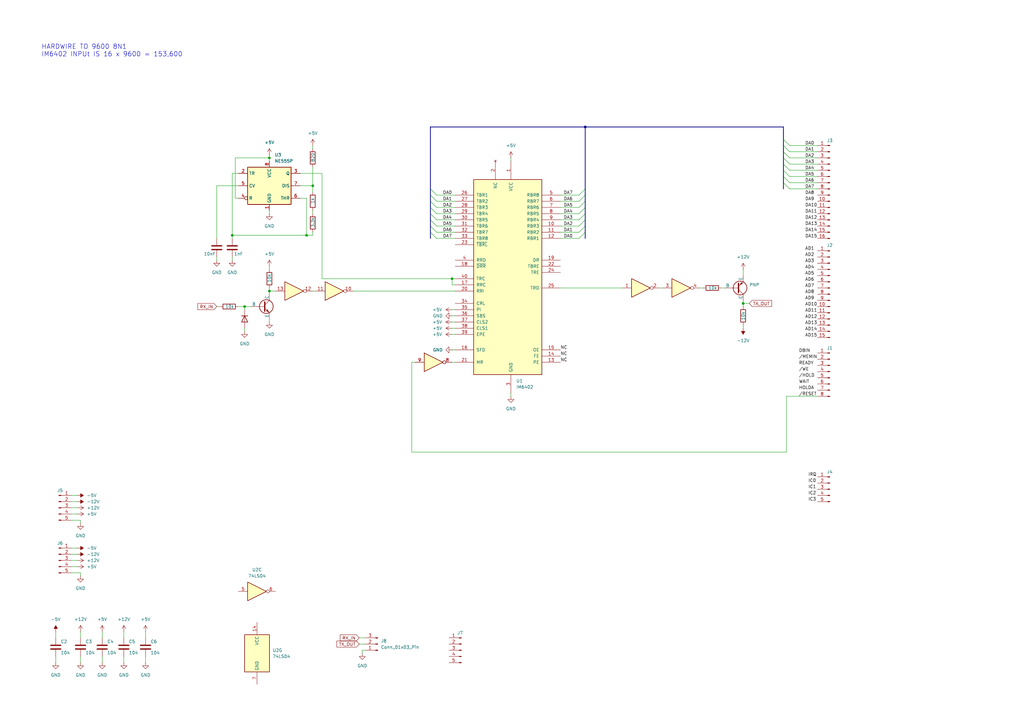
<source format=kicad_sch>
(kicad_sch (version 20250114) (generator "eeschema") (generator_version "9.0")
  (paper "A3")
  (lib_symbols
    (symbol "74xx:74LS04"
      (property "Reference" "U" (at 0 1.27 0))
      (property "Value" "74LS04" (at 0 -1.27 0))
      (symbol "74LS04_1_0"
        (pin input line (at -7.62 0 0) (length 3.81) (name "~") (number "1"))
        (pin output inverted (at 7.62 0 180) (length 3.81) (name "~") (number "2"))
      )
      (symbol "74LS04_2_0"
        (pin input line (at -7.62 0 0) (length 3.81) (name "~") (number "3"))
        (pin output inverted (at 7.62 0 180) (length 3.81) (name "~") (number "4"))
      )
      (symbol "74LS04_3_0"
        (pin input line (at -7.62 0 0) (length 3.81) (name "~") (number "5"))
        (pin output inverted (at 7.62 0 180) (length 3.81) (name "~") (number "6"))
      )
      (symbol "74LS04_4_0"
        (pin input line (at -7.62 0 0) (length 3.81) (name "~") (number "9"))
        (pin output inverted (at 7.62 0 180) (length 3.81) (name "~") (number "8"))
      )
      (symbol "74LS04_5_0"
        (pin input line (at -7.62 0 0) (length 3.81) (name "~") (number "11"))
        (pin output inverted (at 7.62 0 180) (length 3.81) (name "~") (number "10"))
      )
      (symbol "74LS04_6_0"
        (pin input line (at -7.62 0 0) (length 3.81) (name "~") (number "13"))
        (pin output inverted (at 7.62 0 180) (length 3.81) (name "~") (number "12"))
      )
      (symbol "74LS04_7_0"
        (pin power_in line (at 0 12.7 270) (length 5.08) (name "VCC") (number "14"))
        (pin power_in line (at 0 -12.7 90) (length 5.08) (name "GND") (number "7"))
      )
    )
    (symbol "Connector:Conn_01x03_Pin" (pin_names (offset 1.016) (hide yes))
      (property "Reference" "J" (at 0 5.08 0))
      (property "Value" "Conn_01x03_Pin" (at 0 -5.08 0))
      (symbol "Conn_01x03_Pin_1_1"
        (pin passive line (at 5.08 2.54 180) (length 3.81) (name "Pin_1") (number "1"))
        (pin passive line (at 5.08 0 180) (length 3.81) (name "Pin_2") (number "2"))
        (pin passive line (at 5.08 -2.54 180) (length 3.81) (name "Pin_3") (number "3"))
      )
    )
    (symbol "Connector:Conn_01x05_Pin" (pin_names (offset 1.016) (hide yes))
      (property "Reference" "J" (at 0 7.62 0))
      (property "Value" "Conn_01x05_Pin" (at 0 -7.62 0))
      (symbol "Conn_01x05_Pin_1_1"
        (pin passive line (at 5.08 5.08 180) (length 3.81) (name "Pin_1") (number "1"))
        (pin passive line (at 5.08 2.54 180) (length 3.81) (name "Pin_2") (number "2"))
        (pin passive line (at 5.08 0 180) (length 3.81) (name "Pin_3") (number "3"))
        (pin passive line (at 5.08 -2.54 180) (length 3.81) (name "Pin_4") (number "4"))
        (pin passive line (at 5.08 -5.08 180) (length 3.81) (name "Pin_5") (number "5"))
      )
    )
    (symbol "Connector:Conn_01x08_Pin" (pin_names (offset 1.016) (hide yes))
      (property "Reference" "J" (at 0 10.16 0))
      (property "Value" "Conn_01x08_Pin" (at 0 -12.7 0))
      (symbol "Conn_01x08_Pin_1_1"
        (pin passive line (at 5.08 7.62 180) (length 3.81) (name "Pin_1") (number "1"))
        (pin passive line (at 5.08 5.08 180) (length 3.81) (name "Pin_2") (number "2"))
        (pin passive line (at 5.08 2.54 180) (length 3.81) (name "Pin_3") (number "3"))
        (pin passive line (at 5.08 0 180) (length 3.81) (name "Pin_4") (number "4"))
        (pin passive line (at 5.08 -2.54 180) (length 3.81) (name "Pin_5") (number "5"))
        (pin passive line (at 5.08 -5.08 180) (length 3.81) (name "Pin_6") (number "6"))
        (pin passive line (at 5.08 -7.62 180) (length 3.81) (name "Pin_7") (number "7"))
        (pin passive line (at 5.08 -10.16 180) (length 3.81) (name "Pin_8") (number "8"))
      )
    )
    (symbol "Connector:Conn_01x15_Pin" (pin_names (offset 1.016) (hide yes))
      (property "Reference" "J" (at 0 20.32 0))
      (property "Value" "Conn_01x15_Pin" (at 0 -20.32 0))
      (symbol "Conn_01x15_Pin_1_1"
        (pin passive line (at 5.08 17.78 180) (length 3.81) (name "Pin_1") (number "1"))
        (pin passive line (at 5.08 15.24 180) (length 3.81) (name "Pin_2") (number "2"))
        (pin passive line (at 5.08 12.7 180) (length 3.81) (name "Pin_3") (number "3"))
        (pin passive line (at 5.08 10.16 180) (length 3.81) (name "Pin_4") (number "4"))
        (pin passive line (at 5.08 7.62 180) (length 3.81) (name "Pin_5") (number "5"))
        (pin passive line (at 5.08 5.08 180) (length 3.81) (name "Pin_6") (number "6"))
        (pin passive line (at 5.08 2.54 180) (length 3.81) (name "Pin_7") (number "7"))
        (pin passive line (at 5.08 0 180) (length 3.81) (name "Pin_8") (number "8"))
        (pin passive line (at 5.08 -2.54 180) (length 3.81) (name "Pin_9") (number "9"))
        (pin passive line (at 5.08 -5.08 180) (length 3.81) (name "Pin_10") (number "10"))
        (pin passive line (at 5.08 -7.62 180) (length 3.81) (name "Pin_11") (number "11"))
        (pin passive line (at 5.08 -10.16 180) (length 3.81) (name "Pin_12") (number "12"))
        (pin passive line (at 5.08 -12.7 180) (length 3.81) (name "Pin_13") (number "13"))
        (pin passive line (at 5.08 -15.24 180) (length 3.81) (name "Pin_14") (number "14"))
        (pin passive line (at 5.08 -17.78 180) (length 3.81) (name "Pin_15") (number "15"))
      )
    )
    (symbol "Connector:Conn_01x16_Pin" (pin_names (offset 1.016) (hide yes))
      (property "Reference" "J" (at 0 20.32 0))
      (property "Value" "Conn_01x16_Pin" (at 0 -22.86 0))
      (symbol "Conn_01x16_Pin_1_1"
        (pin passive line (at 5.08 17.78 180) (length 3.81) (name "Pin_1") (number "1"))
        (pin passive line (at 5.08 15.24 180) (length 3.81) (name "Pin_2") (number "2"))
        (pin passive line (at 5.08 12.7 180) (length 3.81) (name "Pin_3") (number "3"))
        (pin passive line (at 5.08 10.16 180) (length 3.81) (name "Pin_4") (number "4"))
        (pin passive line (at 5.08 7.62 180) (length 3.81) (name "Pin_5") (number "5"))
        (pin passive line (at 5.08 5.08 180) (length 3.81) (name "Pin_6") (number "6"))
        (pin passive line (at 5.08 2.54 180) (length 3.81) (name "Pin_7") (number "7"))
        (pin passive line (at 5.08 0 180) (length 3.81) (name "Pin_8") (number "8"))
        (pin passive line (at 5.08 -2.54 180) (length 3.81) (name "Pin_9") (number "9"))
        (pin passive line (at 5.08 -5.08 180) (length 3.81) (name "Pin_10") (number "10"))
        (pin passive line (at 5.08 -7.62 180) (length 3.81) (name "Pin_11") (number "11"))
        (pin passive line (at 5.08 -10.16 180) (length 3.81) (name "Pin_12") (number "12"))
        (pin passive line (at 5.08 -12.7 180) (length 3.81) (name "Pin_13") (number "13"))
        (pin passive line (at 5.08 -15.24 180) (length 3.81) (name "Pin_14") (number "14"))
        (pin passive line (at 5.08 -17.78 180) (length 3.81) (name "Pin_15") (number "15"))
        (pin passive line (at 5.08 -20.32 180) (length 3.81) (name "Pin_16") (number "16"))
      )
    )
    (symbol "Device:C" (pin_numbers (hide yes)) (pin_names (offset 0.254))
      (property "Reference" "C" (at 0.635 2.54 0))
      (property "Value" "C" (at 0.635 -2.54 0))
      (symbol "C_1_1"
        (pin passive line (at 0 3.81 270) (length 2.794) (name "~") (number "1"))
        (pin passive line (at 0 -3.81 90) (length 2.794) (name "~") (number "2"))
      )
    )
    (symbol "Device:D" (pin_numbers (hide yes)) (pin_names (offset 1.016) (hide yes))
      (property "Reference" "D" (at 0 2.54 0))
      (property "Value" "D" (at 0 -2.54 0))
      (symbol "D_1_1"
        (pin passive line (at -3.81 0 0) (length 2.54) (name "K") (number "1"))
        (pin passive line (at 3.81 0 180) (length 2.54) (name "A") (number "2"))
      )
    )
    (symbol "Device:R" (pin_numbers (hide yes)) (pin_names (offset 0))
      (property "Reference" "R" (at 2.032 0 90))
      (property "Value" "R" (at 0 0 90))
      (symbol "R_1_1"
        (pin passive line (at 0 3.81 270) (length 1.27) (name "~") (number "1"))
        (pin passive line (at 0 -3.81 90) (length 1.27) (name "~") (number "2"))
      )
    )
    (symbol "Simulation_SPICE:NPN" (pin_numbers (hide yes)) (pin_names (offset 0))
      (property "Reference" "Q" (at -2.54 7.62 0))
      (property "Value" "NPN" (at -2.54 5.08 0))
      (symbol "NPN_1_1"
        (pin input line (at -5.08 0 0) (length 2.54) (name "B") (number "2"))
        (pin open_collector line (at 2.54 5.08 270) (length 2.54) (name "C") (number "1"))
        (pin open_emitter line (at 2.54 -5.08 90) (length 2.54) (name "E") (number "3"))
      )
    )
    (symbol "Simulation_SPICE:PNP" (pin_numbers (hide yes)) (pin_names (offset 0))
      (property "Reference" "Q" (at -2.54 7.62 0))
      (property "Value" "PNP" (at -2.54 5.08 0))
      (symbol "PNP_1_1"
        (pin input line (at -5.08 0 0) (length 2.54) (name "B") (number "2"))
        (pin open_collector line (at 2.54 5.08 270) (length 2.54) (name "C") (number "1"))
        (pin open_emitter line (at 2.54 -5.08 90) (length 2.54) (name "E") (number "3"))
      )
    )
    (symbol "Timer:NE555P"
      (property "Reference" "U" (at -10.16 8.89 0))
      (property "Value" "NE555P" (at 2.54 8.89 0))
      (symbol "NE555P_0_0"
        (pin power_in line (at 0 10.16 270) (length 2.54) (name "VCC") (number "8"))
        (pin power_in line (at 0 -10.16 90) (length 2.54) (name "GND") (number "1"))
      )
      (symbol "NE555P_1_1"
        (pin input line (at -12.7 5.08 0) (length 3.81) (name "TR") (number "2"))
        (pin input line (at -12.7 0 0) (length 3.81) (name "CV") (number "5"))
        (pin input inverted (at -12.7 -5.08 0) (length 3.81) (name "R") (number "4"))
        (pin output line (at 12.7 5.08 180) (length 3.81) (name "Q") (number "3"))
        (pin input line (at 12.7 0 180) (length 3.81) (name "DIS") (number "7"))
        (pin input line (at 12.7 -5.08 180) (length 3.81) (name "THR") (number "6"))
      )
    )
    (symbol "User:IM6402" (pin_names (offset 1.016))
      (property "Reference" "U" (at -4.318 -0.254 0))
      (property "Value" "IM6402" (at -1.27 -2.54 0))
      (symbol "IM6402_1_1"
        (pin input line (at -22.86 29.21 0) (length 7.62) (name "TBR1") (number "26"))
        (pin input line (at -22.86 26.67 0) (length 7.62) (name "TBR2") (number "27"))
        (pin input line (at -22.86 24.13 0) (length 7.62) (name "TBR3") (number "28"))
        (pin input line (at -22.86 21.59 0) (length 7.62) (name "TBR4") (number "29"))
        (pin input line (at -22.86 19.05 0) (length 7.62) (name "TBR5") (number "30"))
        (pin input line (at -22.86 16.51 0) (length 7.62) (name "TBR6") (number "31"))
        (pin input line (at -22.86 13.97 0) (length 7.62) (name "TBR7") (number "32"))
        (pin input line (at -22.86 11.43 0) (length 7.62) (name "TBR8") (number "33"))
        (pin input line (at -22.86 8.89 0) (length 7.62) (name "~{TBRL}") (number "23"))
        (pin input line (at -22.86 2.54 0) (length 7.62) (name "RRD") (number "4"))
        (pin input line (at -22.86 0 0) (length 7.62) (name "~{DRR}") (number "18"))
        (pin input line (at -22.86 -5.08 0) (length 7.62) (name "TRC") (number "40"))
        (pin input line (at -22.86 -7.62 0) (length 7.62) (name "RRC") (number "17"))
        (pin input line (at -22.86 -10.16 0) (length 7.62) (name "RRI") (number "20"))
        (pin input line (at -22.86 -15.24 0) (length 7.62) (name "CRL") (number "34"))
        (pin input line (at -22.86 -17.78 0) (length 7.62) (name "PI") (number "35"))
        (pin input line (at -22.86 -20.32 0) (length 7.62) (name "SBS") (number "36"))
        (pin input line (at -22.86 -22.86 0) (length 7.62) (name "CLS2") (number "37"))
        (pin input line (at -22.86 -25.4 0) (length 7.62) (name "CLS1") (number "38"))
        (pin input line (at -22.86 -27.94 0) (length 7.62) (name "EPE") (number "39"))
        (pin input line (at -22.86 -34.29 0) (length 7.62) (name "SFD") (number "16"))
        (pin input line (at -22.86 -39.37 0) (length 7.62) (name "MR") (number "21"))
        (pin no_connect line (at -6.35 43.18 270) (length 7.62) (name "NC") (number "2"))
        (pin power_in line (at 0 43.18 270) (length 7.62) (name "VCC") (number "1"))
        (pin power_in line (at 0 -52.07 90) (length 7.62) (name "GND") (number "3"))
        (pin output line (at 20.32 29.21 180) (length 7.62) (name "RBR8") (number "5"))
        (pin output line (at 20.32 26.67 180) (length 7.62) (name "RBR7") (number "6"))
        (pin output line (at 20.32 24.13 180) (length 7.62) (name "RBR6") (number "7"))
        (pin output line (at 20.32 21.59 180) (length 7.62) (name "RBR5") (number "8"))
        (pin output line (at 20.32 19.05 180) (length 7.62) (name "RBR4") (number "9"))
        (pin output line (at 20.32 16.51 180) (length 7.62) (name "RBR3") (number "10"))
        (pin output line (at 20.32 13.97 180) (length 7.62) (name "RBR2") (number "11"))
        (pin output line (at 20.32 11.43 180) (length 7.62) (name "RBR1") (number "12"))
        (pin output line (at 20.32 2.54 180) (length 7.62) (name "DR") (number "19"))
        (pin output line (at 20.32 0 180) (length 7.62) (name "TBRE") (number "22"))
        (pin output line (at 20.32 -2.54 180) (length 7.62) (name "TRE") (number "24"))
        (pin output line (at 20.32 -8.89 180) (length 7.62) (name "TRO") (number "25"))
        (pin output line (at 20.32 -34.29 180) (length 7.62) (name "OE") (number "15"))
        (pin output line (at 20.32 -36.83 180) (length 7.62) (name "FE") (number "14"))
        (pin output line (at 20.32 -39.37 180) (length 7.62) (name "PE") (number "13"))
      )
    )
    (symbol "power:+12V" (power) (pin_numbers (hide yes)) (pin_names (offset 0) (hide yes))
      (property "Value" "+12V" (at 0 3.556 0))
      (symbol "+12V_1_1"
        (pin power_in line (at 0 0 90) (length 0) (name "~") (number "1"))
      )
    )
    (symbol "power:+5V" (power) (pin_numbers (hide yes)) (pin_names (offset 0) (hide yes))
      (property "Value" "+5V" (at 0 3.556 0))
      (symbol "+5V_1_1"
        (pin power_in line (at 0 0 90) (length 0) (name "~") (number "1"))
      )
    )
    (symbol "power:-12V" (power) (pin_numbers (hide yes)) (pin_names (offset 0) (hide yes))
      (property "Value" "-12V" (at 0 3.556 0))
      (symbol "-12V_0_0"
        (pin power_in line (at 0 0 90) (length 0) (name "~") (number "1"))
      )
    )
    (symbol "power:-5V" (power) (pin_numbers (hide yes)) (pin_names (offset 0) (hide yes))
      (property "Value" "-5V" (at 0 3.556 0))
      (symbol "-5V_0_0"
        (pin power_in line (at 0 0 90) (length 0) (name "~") (number "1"))
      )
    )
    (symbol "power:GND" (power) (pin_numbers (hide yes)) (pin_names (offset 0) (hide yes))
      (property "Value" "GND" (at 0 -3.81 0))
      (symbol "GND_1_1"
        (pin power_in line (at 0 0 270) (length 0) (name "~") (number "1"))
      )
    )
  )
  (text "HARDWIRE TO 9600 8N1\nIM6402 INPUt IS 16 x 9600 = 153,600" (at 17.018 20.828 0) (effects (font (size 1.905 1.905)) (justify left)))
  (junction (at 240.03 52.07))
  (junction (at 110.49 119.38))
  (junction (at 185.42 114.3))
  (junction (at 125.73 96.52))
  (junction (at 128.27 76.2))
  (junction (at 95.25 96.52))
  (junction (at 304.8 124.46))
  (junction (at 100.33 125.73))
  (junction (at 110.49 64.77))
  (bus_entry (at 321.31 74.93) (size 2.54 2.54))
  (bus_entry (at 237.49 90.17) (size 2.54 -2.54))
  (bus_entry (at 179.07 80.01) (size -2.54 -2.54))
  (bus_entry (at 321.31 67.31) (size 2.54 2.54))
  (bus_entry (at 321.31 69.85) (size 2.54 2.54))
  (bus_entry (at 237.49 87.63) (size 2.54 -2.54))
  (bus_entry (at 179.07 85.09) (size -2.54 -2.54))
  (bus_entry (at 179.07 95.25) (size -2.54 -2.54))
  (bus_entry (at 179.07 90.17) (size -2.54 -2.54))
  (bus_entry (at 179.07 92.71) (size -2.54 -2.54))
  (bus_entry (at 321.31 62.23) (size 2.54 2.54))
  (bus_entry (at 237.49 82.55) (size 2.54 -2.54))
  (bus_entry (at 321.31 64.77) (size 2.54 2.54))
  (bus_entry (at 321.31 59.69) (size 2.54 2.54))
  (bus_entry (at 237.49 97.79) (size 2.54 -2.54))
  (bus_entry (at 179.07 87.63) (size -2.54 -2.54))
  (bus_entry (at 237.49 80.01) (size 2.54 -2.54))
  (bus_entry (at 321.31 57.15) (size 2.54 2.54))
  (bus_entry (at 179.07 82.55) (size -2.54 -2.54))
  (bus_entry (at 237.49 85.09) (size 2.54 -2.54))
  (bus_entry (at 237.49 95.25) (size 2.54 -2.54))
  (bus_entry (at 237.49 92.71) (size 2.54 -2.54))
  (bus_entry (at 321.31 72.39) (size 2.54 2.54))
  (bus_entry (at 179.07 97.79) (size -2.54 -2.54))
  (wire (pts (xy 95.25 96.52) (xy 95.25 71.12)))
  (wire (pts (xy 185.42 134.62) (xy 186.69 134.62)))
  (bus (pts (xy 176.53 80.01) (xy 176.53 77.47)))
  (wire (pts (xy 128.27 96.52) (xy 125.73 96.52)))
  (wire (pts (xy 95.25 71.12) (xy 97.79 71.12)))
  (wire (pts (xy 95.25 96.52) (xy 95.25 97.79)))
  (wire (pts (xy 229.87 85.09) (xy 237.49 85.09)))
  (wire (pts (xy 179.07 90.17) (xy 186.69 90.17)))
  (wire (pts (xy 96.52 81.28) (xy 96.52 64.77)))
  (bus (pts (xy 176.53 82.55) (xy 176.53 80.01)))
  (wire (pts (xy 229.87 87.63) (xy 237.49 87.63)))
  (wire (pts (xy 179.07 87.63) (xy 186.69 87.63)))
  (wire (pts (xy 335.28 162.56) (xy 322.58 162.56)))
  (wire (pts (xy 110.49 119.38) (xy 113.03 119.38)))
  (wire (pts (xy 88.9 76.2) (xy 97.79 76.2)))
  (wire (pts (xy 148.59 267.97) (xy 148.59 266.7)))
  (wire (pts (xy 270.51 118.11) (xy 271.78 118.11)))
  (bus (pts (xy 321.31 69.85) (xy 321.31 72.39)))
  (bus (pts (xy 240.03 77.47) (xy 240.03 80.01)))
  (wire (pts (xy 229.87 82.55) (xy 237.49 82.55)))
  (wire (pts (xy 229.87 97.79) (xy 237.49 97.79)))
  (wire (pts (xy 185.42 114.3) (xy 186.69 114.3)))
  (wire (pts (xy 185.42 143.51) (xy 186.69 143.51)))
  (wire (pts (xy 123.19 81.28) (xy 125.73 81.28)))
  (wire (pts (xy 168.91 148.59) (xy 170.18 148.59)))
  (wire (pts (xy 33.02 269.24) (xy 33.02 271.78)))
  (wire (pts (xy 100.33 125.73) (xy 100.33 127)))
  (wire (pts (xy 323.85 74.93) (xy 335.28 74.93)))
  (bus (pts (xy 321.31 59.69) (xy 321.31 62.23)))
  (wire (pts (xy 209.55 64.77) (xy 209.55 66.04)))
  (wire (pts (xy 287.02 118.11) (xy 288.29 118.11)))
  (wire (pts (xy 323.85 72.39) (xy 335.28 72.39)))
  (wire (pts (xy 22.86 269.24) (xy 22.86 271.78)))
  (wire (pts (xy 304.8 110.49) (xy 304.8 113.03)))
  (bus (pts (xy 321.31 57.15) (xy 321.31 59.69)))
  (wire (pts (xy 185.42 137.16) (xy 186.69 137.16)))
  (wire (pts (xy 179.07 85.09) (xy 186.69 85.09)))
  (wire (pts (xy 323.85 62.23) (xy 335.28 62.23)))
  (wire (pts (xy 50.8 259.08) (xy 50.8 261.62)))
  (bus (pts (xy 176.53 85.09) (xy 176.53 82.55)))
  (bus (pts (xy 176.53 92.71) (xy 176.53 90.17)))
  (wire (pts (xy 41.91 259.08) (xy 41.91 261.62)))
  (wire (pts (xy 185.42 129.54) (xy 186.69 129.54)))
  (bus (pts (xy 240.03 85.09) (xy 240.03 87.63)))
  (wire (pts (xy 144.78 119.38) (xy 186.69 119.38)))
  (wire (pts (xy 209.55 161.29) (xy 209.55 162.56)))
  (wire (pts (xy 88.9 105.41) (xy 88.9 106.68)))
  (wire (pts (xy 229.87 90.17) (xy 237.49 90.17)))
  (wire (pts (xy 100.33 134.62) (xy 100.33 135.89)))
  (bus (pts (xy 176.53 87.63) (xy 176.53 85.09)))
  (wire (pts (xy 179.07 82.55) (xy 186.69 82.55)))
  (wire (pts (xy 148.59 266.7) (xy 149.86 266.7)))
  (wire (pts (xy 229.87 80.01) (xy 237.49 80.01)))
  (wire (pts (xy 147.32 264.16) (xy 149.86 264.16)))
  (wire (pts (xy 304.8 124.46) (xy 307.34 124.46)))
  (wire (pts (xy 323.85 59.69) (xy 335.28 59.69)))
  (wire (pts (xy 185.42 148.59) (xy 186.69 148.59)))
  (bus (pts (xy 240.03 92.71) (xy 240.03 95.25)))
  (wire (pts (xy 29.21 203.2) (xy 31.75 203.2)))
  (wire (pts (xy 179.07 92.71) (xy 186.69 92.71)))
  (bus (pts (xy 321.31 67.31) (xy 321.31 69.85)))
  (wire (pts (xy 88.9 125.73) (xy 90.17 125.73)))
  (bus (pts (xy 321.31 74.93) (xy 321.31 77.47)))
  (wire (pts (xy 185.42 127) (xy 186.69 127)))
  (wire (pts (xy 125.73 96.52) (xy 95.25 96.52)))
  (wire (pts (xy 323.85 67.31) (xy 335.28 67.31)))
  (wire (pts (xy 323.85 64.77) (xy 335.28 64.77)))
  (wire (pts (xy 22.86 259.08) (xy 22.86 261.62)))
  (wire (pts (xy 95.25 105.41) (xy 95.25 106.68)))
  (bus (pts (xy 240.03 80.01) (xy 240.03 82.55)))
  (bus (pts (xy 176.53 90.17) (xy 176.53 87.63)))
  (bus (pts (xy 321.31 52.07) (xy 321.31 57.15)))
  (wire (pts (xy 323.85 69.85) (xy 335.28 69.85)))
  (bus (pts (xy 240.03 52.07) (xy 321.31 52.07)))
  (bus (pts (xy 321.31 72.39) (xy 321.31 74.93)))
  (bus (pts (xy 176.53 52.07) (xy 240.03 52.07)))
  (wire (pts (xy 128.27 78.74) (xy 128.27 76.2)))
  (wire (pts (xy 33.02 236.22) (xy 33.02 234.95)))
  (wire (pts (xy 304.8 124.46) (xy 304.8 125.73)))
  (bus (pts (xy 321.31 62.23) (xy 321.31 64.77)))
  (wire (pts (xy 59.69 259.08) (xy 59.69 261.62)))
  (wire (pts (xy 147.32 261.62) (xy 149.86 261.62)))
  (wire (pts (xy 128.27 68.58) (xy 128.27 76.2)))
  (wire (pts (xy 96.52 64.77) (xy 110.49 64.77)))
  (wire (pts (xy 128.27 95.25) (xy 128.27 96.52)))
  (wire (pts (xy 110.49 86.36) (xy 110.49 87.63)))
  (wire (pts (xy 33.02 214.63) (xy 33.02 213.36)))
  (wire (pts (xy 110.49 130.81) (xy 110.49 132.08)))
  (wire (pts (xy 29.21 210.82) (xy 31.75 210.82)))
  (wire (pts (xy 110.49 119.38) (xy 110.49 120.65)))
  (wire (pts (xy 179.07 80.01) (xy 186.69 80.01)))
  (wire (pts (xy 179.07 95.25) (xy 186.69 95.25)))
  (wire (pts (xy 100.33 125.73) (xy 102.87 125.73)))
  (wire (pts (xy 132.08 114.3) (xy 185.42 114.3)))
  (bus (pts (xy 176.53 97.79) (xy 176.53 95.25)))
  (wire (pts (xy 29.21 208.28) (xy 31.75 208.28)))
  (wire (pts (xy 229.87 118.11) (xy 255.27 118.11)))
  (wire (pts (xy 110.49 64.77) (xy 110.49 66.04)))
  (wire (pts (xy 29.21 227.33) (xy 31.75 227.33)))
  (wire (pts (xy 125.73 81.28) (xy 125.73 96.52)))
  (wire (pts (xy 59.69 269.24) (xy 59.69 271.78)))
  (wire (pts (xy 185.42 132.08) (xy 186.69 132.08)))
  (wire (pts (xy 128.27 59.69) (xy 128.27 60.96)))
  (bus (pts (xy 240.03 87.63) (xy 240.03 90.17)))
  (wire (pts (xy 128.27 76.2) (xy 123.19 76.2)))
  (wire (pts (xy 229.87 95.25) (xy 237.49 95.25)))
  (bus (pts (xy 240.03 52.07) (xy 240.03 77.47)))
  (wire (pts (xy 168.91 185.42) (xy 168.91 148.59)))
  (wire (pts (xy 304.8 123.19) (xy 304.8 124.46)))
  (wire (pts (xy 186.69 116.84) (xy 185.42 116.84)))
  (wire (pts (xy 88.9 97.79) (xy 88.9 76.2)))
  (wire (pts (xy 110.49 109.22) (xy 110.49 110.49)))
  (wire (pts (xy 323.85 77.47) (xy 335.28 77.47)))
  (wire (pts (xy 29.21 229.87) (xy 31.75 229.87)))
  (bus (pts (xy 240.03 95.25) (xy 240.03 97.79)))
  (wire (pts (xy 322.58 162.56) (xy 322.58 185.42)))
  (wire (pts (xy 123.19 71.12) (xy 132.08 71.12)))
  (wire (pts (xy 110.49 118.11) (xy 110.49 119.38)))
  (wire (pts (xy 33.02 259.08) (xy 33.02 261.62)))
  (wire (pts (xy 29.21 224.79) (xy 31.75 224.79)))
  (wire (pts (xy 110.49 63.5) (xy 110.49 64.77)))
  (wire (pts (xy 97.79 125.73) (xy 100.33 125.73)))
  (wire (pts (xy 33.02 234.95) (xy 29.21 234.95)))
  (bus (pts (xy 240.03 90.17) (xy 240.03 92.71)))
  (wire (pts (xy 295.91 118.11) (xy 297.18 118.11)))
  (bus (pts (xy 321.31 64.77) (xy 321.31 67.31)))
  (wire (pts (xy 33.02 213.36) (xy 29.21 213.36)))
  (bus (pts (xy 240.03 82.55) (xy 240.03 85.09)))
  (wire (pts (xy 128.27 119.38) (xy 129.54 119.38)))
  (wire (pts (xy 41.91 269.24) (xy 41.91 271.78)))
  (wire (pts (xy 50.8 269.24) (xy 50.8 271.78)))
  (wire (pts (xy 229.87 92.71) (xy 237.49 92.71)))
  (wire (pts (xy 304.8 133.35) (xy 304.8 134.62)))
  (wire (pts (xy 29.21 232.41) (xy 31.75 232.41)))
  (bus (pts (xy 176.53 77.47) (xy 176.53 52.07)))
  (wire (pts (xy 185.42 116.84) (xy 185.42 114.3)))
  (wire (pts (xy 97.79 81.28) (xy 96.52 81.28)))
  (wire (pts (xy 29.21 205.74) (xy 31.75 205.74)))
  (wire (pts (xy 322.58 185.42) (xy 168.91 185.42)))
  (wire (pts (xy 132.08 71.12) (xy 132.08 114.3)))
  (wire (pts (xy 128.27 86.36) (xy 128.27 87.63)))
  (bus (pts (xy 176.53 95.25) (xy 176.53 92.71)))
  (wire (pts (xy 179.07 97.79) (xy 186.69 97.79)))
  (label "DA3" (at 330.2 67.31 0))
  (label "DA1" (at 181.61 82.55 0))
  (label "NC" (at 229.87 148.59 0))
  (label "DA4" (at 231.14 87.63 0))
  (label "DA7" (at 181.61 97.79 0))
  (label "NC" (at 229.87 146.05 0))
  (label "DA9" (at 330.2 82.55 0))
  (label "AD13" (at 330.2 133.35 0))
  (label "DA5" (at 231.14 85.09 0))
  (label "DA1" (at 231.14 95.25 0))
  (label "DA3" (at 231.14 90.17 0))
  (label "DA12" (at 330.2 90.17 0))
  (label "IRQ" (at 331.47 195.58 0))
  (label "{slash}RESET" (at 327.66 162.56 0))
  (label "DA8" (at 330.2 80.01 0))
  (label "AD4" (at 330.2 110.49 0))
  (label "AD15" (at 330.2 138.43 0))
  (label "AD10" (at 330.2 125.73 0))
  (label "DA0" (at 330.2 59.69 0))
  (label "AD7" (at 330.2 118.11 0))
  (label "DA15" (at 330.2 97.79 0))
  (label "{slash}MEMIN" (at 327.66 147.32 0))
  (label "DA0" (at 231.14 97.79 0))
  (label "DA5" (at 330.2 72.39 0))
  (label "DA4" (at 181.61 90.17 0))
  (label "DA13" (at 330.2 92.71 0))
  (label "DA2" (at 330.2 64.77 0))
  (label "{slash}HOLD" (at 327.66 154.94 0))
  (label "AD11" (at 330.2 128.27 0))
  (label "DA6" (at 181.61 95.25 0))
  (label "DA10" (at 330.2 85.09 0))
  (label "DA6" (at 330.2 74.93 0))
  (label "AD12" (at 330.2 130.81 0))
  (label "AD1" (at 330.2 102.87 0))
  (label "DA2" (at 181.61 85.09 0))
  (label "AD2" (at 330.2 105.41 0))
  (label "DA5" (at 181.61 92.71 0))
  (label "IC1" (at 331.47 200.66 0))
  (label "IC0" (at 331.47 198.12 0))
  (label "DA14" (at 330.2 95.25 0))
  (label "AD9" (at 330.2 123.19 0))
  (label "AD5" (at 330.2 113.03 0))
  (label "IC2" (at 331.47 203.2 0))
  (label "DA11" (at 330.2 87.63 0))
  (label "DA3" (at 181.61 87.63 0))
  (label "READY" (at 327.66 149.86 0))
  (label "WAIT" (at 327.66 157.48 0))
  (label "DA7" (at 330.2 77.47 0))
  (label "AD3" (at 330.2 107.95 0))
  (label "HOLDA" (at 327.66 160.02 0))
  (label "AD14" (at 330.2 135.89 0))
  (label "IC3" (at 331.47 205.74 0))
  (label "DBIN" (at 327.66 144.78 0))
  (label "NC" (at 229.87 143.51 0))
  (label "AD8" (at 330.2 120.65 0))
  (label "DA6" (at 231.14 82.55 0))
  (label "DA1" (at 330.2 62.23 0))
  (label "DA7" (at 231.14 80.01 0))
  (label "{slash}WE" (at 327.66 152.4 0))
  (label "DA4" (at 330.2 69.85 0))
  (label "DA2" (at 231.14 92.71 0))
  (label "AD6" (at 330.2 115.57 0))
  (label "DA0" (at 181.61 80.01 0))
  (global_label "RX_IN" (shape input) (at 88.9 125.73 180) (property "Intersheetrefs" "${INTERSHEET_REFS}" (effects (hide yes))))
  (global_label "TX_OUT" (shape input) (at 147.32 264.16 180) (property "Intersheetrefs" "${INTERSHEET_REFS}" (effects (hide yes))))
  (global_label "RX_IN" (shape input) (at 147.32 261.62 180) (property "Intersheetrefs" "${INTERSHEET_REFS}" (effects (hide yes))))
  (global_label "TX_OUT" (shape input) (at 307.34 124.46 0) (property "Intersheetrefs" "${INTERSHEET_REFS}" (effects (hide yes))))
  (symbol (lib_id "Connector:Conn_01x15_Pin") (at 340.36 120.65 0) (mirror y) (unit 1)
    (property "Reference" "J2" (at 340.36 100.584 0))
    (property "Value" "Conn_01x15_Pin" (effects (hide yes)))
    (property "Footprint" "Connector_PinHeader_2.54mm:PinHeader_1x15_P2.54mm_Vertical" (effects (hide yes)))
    (property "Description" "Generic connector, single row, 01x15, script generated" (effects (hide yes)))
  )
  (symbol (lib_id "power:-5V") (at 31.75 224.79 270) (unit 1)
    (property "Reference" "#PWR05" (effects (hide yes)))
    (property "Value" "-5V" (at 35.56 224.7899 90) (effects (justify left)))
    (property "Description" "Power symbol creates a global label with name \"-5V\"" (effects (hide yes)))
  )
  (symbol (lib_id "Device:C") (at 41.91 265.43 0) (unit 1)
    (property "Reference" "C4" (at 43.942 263.144 0) (effects (justify left)))
    (property "Value" "104" (at 43.942 267.716 0) (effects (justify left)))
    (property "Footprint" "Capacitor_THT:C_Disc_D3.0mm_W2.0mm_P2.50mm" (effects (hide yes)))
    (property "Description" "Unpolarized capacitor" (effects (hide yes)))
  )
  (symbol (lib_id "power:GND") (at 33.02 236.22 0) (unit 1)
    (property "Reference" "#PWR012" (effects (hide yes)))
    (property "Value" "GND" (at 33.02 241.3 0))
    (property "Description" "Power symbol creates a global label with name \"GND\" , ground" (effects (hide yes)))
  )
  (symbol (lib_id "power:GND") (at 148.59 267.97 0) (unit 1)
    (property "Reference" "#PWR024" (effects (hide yes)))
    (property "Value" "GND" (at 148.59 273.05 0))
    (property "Description" "Power symbol creates a global label with name \"GND\" , ground" (effects (hide yes)))
  )
  (symbol (lib_id "power:GND") (at 110.49 132.08 0) (unit 1)
    (property "Reference" "#PWR016" (effects (hide yes)))
    (property "Value" "GND" (at 110.49 137.16 0))
    (property "Description" "Power symbol creates a global label with name \"GND\" , ground" (effects (hide yes)))
  )
  (symbol (lib_id "power:GND") (at 22.86 271.78 0) (unit 1)
    (property "Reference" "#PWR031" (effects (hide yes)))
    (property "Value" "GND" (at 22.86 276.86 0))
    (property "Description" "Power symbol creates a global label with name \"GND\" , ground" (effects (hide yes)))
  )
  (symbol (lib_id "power:+5V") (at 185.42 132.08 90) (unit 1)
    (property "Reference" "#PWR022" (effects (hide yes)))
    (property "Value" "+5V" (at 181.406 132.0799 90) (effects (justify left)))
    (property "Description" "Power symbol creates a global label with name \"+5V\"" (effects (hide yes)))
  )
  (symbol (lib_id "Connector:Conn_01x05_Pin") (at 340.36 200.66 0) (mirror y) (unit 1)
    (property "Reference" "J4" (at 340.36 193.548 0))
    (property "Value" "Conn_01x05_Pin" (effects (hide yes)))
    (property "Footprint" "Connector_PinHeader_2.54mm:PinHeader_1x05_P2.54mm_Vertical" (effects (hide yes)))
    (property "Description" "Generic connector, single row, 01x05, script generated" (effects (hide yes)))
  )
  (symbol (lib_id "Device:R") (at 292.1 118.11 90) (unit 1)
    (property "Reference" "R13" (effects (hide yes)))
    (property "Value" "10k" (at 292.354 118.11 90))
    (property "Footprint" "Resistor_THT:R_Axial_DIN0207_L6.3mm_D2.5mm_P10.16mm_Horizontal" (effects (hide yes)))
    (property "Description" "Resistor" (effects (hide yes)))
  )
  (symbol (lib_id "power:+12V") (at 31.75 208.28 270) (unit 1)
    (property "Reference" "#PWR08" (effects (hide yes)))
    (property "Value" "+12V" (at 35.56 208.2799 90) (effects (justify left)))
    (property "Description" "Power symbol creates a global label with name \"+12V\"" (effects (hide yes)))
  )
  (symbol (lib_id "Device:R") (at 128.27 82.55 180) (unit 1)
    (property "Reference" "R18" (effects (hide yes)))
    (property "Value" "1k" (at 128.27 82.296 90))
    (property "Footprint" "Resistor_THT:R_Axial_DIN0207_L6.3mm_D2.5mm_P10.16mm_Horizontal" (effects (hide yes)))
    (property "Description" "Resistor" (effects (hide yes)))
  )
  (symbol (lib_id "Device:C") (at 22.86 265.43 0) (unit 1)
    (property "Reference" "C2" (at 24.892 263.144 0) (effects (justify left)))
    (property "Value" "104" (at 24.892 267.716 0) (effects (justify left)))
    (property "Footprint" "Capacitor_THT:C_Disc_D3.0mm_W2.0mm_P2.50mm" (effects (hide yes)))
    (property "Description" "Unpolarized capacitor" (effects (hide yes)))
  )
  (symbol (lib_id "Connector:Conn_01x16_Pin") (at 340.36 77.47 0) (mirror y) (unit 1)
    (property "Reference" "J3" (at 340.36 57.658 0))
    (property "Value" "Conn_01x16_Pin" (effects (hide yes)))
    (property "Footprint" "Connector_PinHeader_2.54mm:PinHeader_1x16_P2.54mm_Vertical" (effects (hide yes)))
    (property "Description" "Generic connector, single row, 01x16, script generated" (effects (hide yes)))
  )
  (symbol (lib_id "power:+5V") (at 110.49 63.5 0) (unit 1)
    (property "Reference" "#PWR028" (effects (hide yes)))
    (property "Value" "+5V" (at 110.49 58.42 0))
    (property "Description" "Power symbol creates a global label with name \"+5V\"" (effects (hide yes)))
  )
  (symbol (lib_id "power:GND") (at 95.25 106.68 0) (unit 1)
    (property "Reference" "#PWR025" (effects (hide yes)))
    (property "Value" "GND" (at 95.25 111.76 0))
    (property "Description" "Power symbol creates a global label with name \"GND\" , ground" (effects (hide yes)))
  )
  (symbol (lib_id "power:GND") (at 50.8 271.78 0) (unit 1)
    (property "Reference" "#PWR037" (effects (hide yes)))
    (property "Value" "GND" (at 50.8 276.86 0))
    (property "Description" "Power symbol creates a global label with name \"GND\" , ground" (effects (hide yes)))
  )
  (symbol (lib_id "Device:R") (at 110.49 114.3 180) (unit 1)
    (property "Reference" "R16" (effects (hide yes)))
    (property "Value" "10k" (at 110.49 114.046 90))
    (property "Footprint" "Resistor_THT:R_Axial_DIN0207_L6.3mm_D2.5mm_P10.16mm_Horizontal" (effects (hide yes)))
    (property "Description" "Resistor" (effects (hide yes)))
  )
  (symbol (lib_id "Device:D") (at 100.33 130.81 270) (unit 1)
    (property "Reference" "D1" (effects (hide yes)))
    (property "Value" "D" (effects (hide yes)))
    (property "Description" "Diode" (effects (hide yes)))
    (property "Sim.Device" "D" (effects (hide yes)))
    (property "Sim.Pins" "1=K 2=A" (effects (hide yes)))
  )
  (symbol (lib_id "power:GND") (at 33.02 214.63 0) (unit 1)
    (property "Reference" "#PWR011" (effects (hide yes)))
    (property "Value" "GND" (at 33.02 219.71 0))
    (property "Description" "Power symbol creates a global label with name \"GND\" , ground" (effects (hide yes)))
  )
  (symbol (lib_id "power:-5V") (at 31.75 203.2 270) (unit 1)
    (property "Reference" "#PWR06" (effects (hide yes)))
    (property "Value" "-5V" (at 35.56 203.1999 90) (effects (justify left)))
    (property "Description" "Power symbol creates a global label with name \"-5V\"" (effects (hide yes)))
  )
  (symbol (lib_id "power:+5V") (at 59.69 259.08 0) (unit 1)
    (property "Reference" "#PWR038" (effects (hide yes)))
    (property "Value" "+5V" (at 59.69 254 0))
    (property "Description" "Power symbol creates a global label with name \"+5V\"" (effects (hide yes)))
  )
  (symbol (lib_id "Connector:Conn_01x05_Pin") (at 24.13 208.28 0) (unit 1)
    (property "Reference" "J5" (at 24.638 201.168 0))
    (property "Value" "Conn_01x05_Pin" (effects (hide yes)))
    (property "Footprint" "Connector_PinHeader_2.54mm:PinHeader_1x05_P2.54mm_Vertical" (effects (hide yes)))
    (property "Description" "Generic connector, single row, 01x05, script generated" (effects (hide yes)))
  )
  (symbol (lib_id "power:-12V") (at 31.75 227.33 270) (unit 1)
    (property "Reference" "#PWR04" (effects (hide yes)))
    (property "Value" "-12V" (at 35.56 227.3299 90) (effects (justify left)))
    (property "Description" "Power symbol creates a global label with name \"-12V\"" (effects (hide yes)))
  )
  (symbol (lib_id "power:+5V") (at 31.75 232.41 270) (unit 1)
    (property "Reference" "#PWR010" (effects (hide yes)))
    (property "Value" "+5V" (at 35.56 232.4099 90) (effects (justify left)))
    (property "Description" "Power symbol creates a global label with name \"+5V\"" (effects (hide yes)))
  )
  (symbol (lib_id "74xx:74LS04") (at 137.16 119.38 0) (unit 5)
    (property "Reference" "U2" (effects (hide yes)))
    (property "Value" "74LS04" (effects (hide yes)))
    (property "Datasheet" "http://www.ti.com/lit/gpn/sn74LS04" (effects (hide yes)))
    (property "Description" "Hex Inverter" (effects (hide yes)))
  )
  (symbol (lib_id "Connector:Conn_01x08_Pin") (at 340.36 152.4 0) (mirror y) (unit 1)
    (property "Reference" "J1" (at 340.36 142.748 0))
    (property "Value" "Conn_01x08_Pin" (effects (hide yes)))
    (property "Footprint" "Connector_PinHeader_2.54mm:PinHeader_1x08_P2.54mm_Vertical" (effects (hide yes)))
    (property "Description" "Generic connector, single row, 01x08, script generated" (effects (hide yes)))
  )
  (symbol (lib_id "Timer:NE555P") (at 110.49 76.2 0) (unit 1)
    (property "Reference" "U3" (at 112.6333 63.5 0) (effects (justify left)))
    (property "Value" "NE555P" (at 112.6333 66.04 0) (effects (justify left)))
    (property "Footprint" "Package_SO:SOIC-8_3.9x4.9mm_P1.27mm" (effects (hide yes)))
    (property "Datasheet" "http://www.ti.com/lit/ds/symlink/ne555.pdf" (effects (hide yes)))
    (property "Description" "Precision Timers, 555 compatible,  PDIP-8" (effects (hide yes)))
  )
  (symbol (lib_id "power:-12V") (at 304.8 134.62 180) (unit 1)
    (property "Reference" "#PWR013" (effects (hide yes)))
    (property "Value" "-12V" (at 304.8 139.7 0))
    (property "Description" "Power symbol creates a global label with name \"-12V\"" (effects (hide yes)))
  )
  (symbol (lib_id "power:GND") (at 209.55 162.56 0) (unit 1)
    (property "Reference" "#PWR02" (effects (hide yes)))
    (property "Value" "GND" (at 209.55 167.64 0))
    (property "Description" "Power symbol creates a global label with name \"GND\" , ground" (effects (hide yes)))
  )
  (symbol (lib_id "power:GND") (at 100.33 135.89 0) (unit 1)
    (property "Reference" "#PWR017" (effects (hide yes)))
    (property "Value" "GND" (at 100.33 140.97 0))
    (property "Description" "Power symbol creates a global label with name \"GND\" , ground" (effects (hide yes)))
  )
  (symbol (lib_id "power:GND") (at 185.42 129.54 270) (unit 1)
    (property "Reference" "#PWR020" (effects (hide yes)))
    (property "Value" "GND" (at 181.61 129.5399 90) (effects (justify right)))
    (property "Description" "Power symbol creates a global label with name \"GND\" , ground" (effects (hide yes)))
  )
  (symbol (lib_id "User:IM6402") (at 209.55 109.22 0) (unit 1)
    (property "Reference" "U1" (at 211.6933 156.21 0) (effects (justify left)))
    (property "Value" "IM6402" (at 211.6933 158.75 0) (effects (justify left)))
  )
  (symbol (lib_id "power:GND") (at 33.02 271.78 0) (unit 1)
    (property "Reference" "#PWR032" (effects (hide yes)))
    (property "Value" "GND" (at 33.02 276.86 0))
    (property "Description" "Power symbol creates a global label with name \"GND\" , ground" (effects (hide yes)))
  )
  (symbol (lib_id "power:+5V") (at 128.27 59.69 0) (unit 1)
    (property "Reference" "#PWR029" (effects (hide yes)))
    (property "Value" "+5V" (at 128.27 54.61 0))
    (property "Description" "Power symbol creates a global label with name \"+5V\"" (effects (hide yes)))
  )
  (symbol (lib_id "power:+5V") (at 110.49 109.22 0) (unit 1)
    (property "Reference" "#PWR015" (effects (hide yes)))
    (property "Value" "+5V" (at 110.49 104.14 0))
    (property "Description" "Power symbol creates a global label with name \"+5V\"" (effects (hide yes)))
  )
  (symbol (lib_id "Device:C") (at 50.8 265.43 0) (unit 1)
    (property "Reference" "C5" (at 52.832 263.144 0) (effects (justify left)))
    (property "Value" "104" (at 52.832 267.716 0) (effects (justify left)))
    (property "Footprint" "Capacitor_THT:C_Disc_D3.0mm_W2.0mm_P2.50mm" (effects (hide yes)))
    (property "Description" "Unpolarized capacitor" (effects (hide yes)))
  )
  (symbol (lib_id "74xx:74LS04") (at 279.4 118.11 0) (unit 2)
    (property "Reference" "U2" (effects (hide yes)))
    (property "Value" "74LS04" (effects (hide yes)))
    (property "Datasheet" "http://www.ti.com/lit/gpn/sn74LS04" (effects (hide yes)))
    (property "Description" "Hex Inverter" (effects (hide yes)))
  )
  (symbol (lib_id "power:+5V") (at 185.42 137.16 90) (unit 1)
    (property "Reference" "#PWR021" (effects (hide yes)))
    (property "Value" "+5V" (at 181.406 137.1599 90) (effects (justify left)))
    (property "Description" "Power symbol creates a global label with name \"+5V\"" (effects (hide yes)))
  )
  (symbol (lib_id "power:+12V") (at 33.02 259.08 0) (unit 1)
    (property "Reference" "#PWR034" (effects (hide yes)))
    (property "Value" "+12V" (at 33.02 254 0))
    (property "Description" "Power symbol creates a global label with name \"+12V\"" (effects (hide yes)))
  )
  (symbol (lib_id "Device:R") (at 93.98 125.73 90) (unit 1)
    (property "Reference" "R15" (effects (hide yes)))
    (property "Value" "10k" (at 94.234 125.73 90))
    (property "Footprint" "Resistor_THT:R_Axial_DIN0207_L6.3mm_D2.5mm_P10.16mm_Horizontal" (effects (hide yes)))
    (property "Description" "Resistor" (effects (hide yes)))
  )
  (symbol (lib_id "74xx:74LS04") (at 262.89 118.11 0) (unit 1)
    (property "Reference" "U2" (effects (hide yes)))
    (property "Value" "74LS04" (effects (hide yes)))
    (property "Datasheet" "http://www.ti.com/lit/gpn/sn74LS04" (effects (hide yes)))
    (property "Description" "Hex Inverter" (effects (hide yes)))
  )
  (symbol (lib_id "Device:R") (at 304.8 129.54 180) (unit 1)
    (property "Reference" "R14" (effects (hide yes)))
    (property "Value" "10k" (at 304.8 129.54 90))
    (property "Footprint" "Resistor_THT:R_Axial_DIN0207_L6.3mm_D2.5mm_P10.16mm_Horizontal" (effects (hide yes)))
    (property "Description" "Resistor" (effects (hide yes)))
  )
  (symbol (lib_id "Device:R") (at 128.27 64.77 180) (unit 1)
    (property "Reference" "R19" (effects (hide yes)))
    (property "Value" "820" (at 128.27 64.516 90))
    (property "Footprint" "Resistor_THT:R_Axial_DIN0207_L6.3mm_D2.5mm_P10.16mm_Horizontal" (effects (hide yes)))
    (property "Description" "Resistor" (effects (hide yes)))
  )
  (symbol (lib_id "Simulation_SPICE:PNP") (at 302.26 118.11 0) (mirror x) (unit 1)
    (property "Reference" "Q1" (effects (hide yes)))
    (property "Value" "PNP" (at 307.34 116.8401 0) (effects (justify left)))
    (property "Datasheet" "https://ngspice.sourceforge.io/docs/ngspice-html-manual/manual.xhtml#cha_BJTs" (effects (hide yes)))
    (property "Description" "Bipolar transistor symbol for simulation only, substrate tied to the emitter" (effects (hide yes)))
    (property "Sim.Device" "PNP" (effects (hide yes)))
    (property "Sim.Type" "GUMMELPOON" (effects (hide yes)))
    (property "Sim.Pins" "1=C 2=B 3=E" (effects (hide yes)))
  )
  (symbol (lib_id "power:+5V") (at 41.91 259.08 0) (unit 1)
    (property "Reference" "#PWR035" (effects (hide yes)))
    (property "Value" "+5V" (at 41.91 254 0))
    (property "Description" "Power symbol creates a global label with name \"+5V\"" (effects (hide yes)))
  )
  (symbol (lib_id "74xx:74LS04") (at 105.41 267.97 0) (unit 7)
    (property "Reference" "U2" (at 111.76 266.6999 0) (effects (justify left)))
    (property "Value" "74LS04" (at 111.76 269.2399 0) (effects (justify left)))
    (property "Datasheet" "http://www.ti.com/lit/gpn/sn74LS04" (effects (hide yes)))
    (property "Description" "Hex Inverter" (effects (hide yes)))
  )
  (symbol (lib_id "power:+12V") (at 304.8 110.49 0) (unit 1)
    (property "Reference" "#PWR014" (effects (hide yes)))
    (property "Value" "+12V" (at 304.8 105.41 0))
    (property "Description" "Power symbol creates a global label with name \"+12V\"" (effects (hide yes)))
  )
  (symbol (lib_id "power:+5V") (at 185.42 134.62 90) (unit 1)
    (property "Reference" "#PWR023" (effects (hide yes)))
    (property "Value" "+5V" (at 181.406 134.6199 90) (effects (justify left)))
    (property "Description" "Power symbol creates a global label with name \"+5V\"" (effects (hide yes)))
  )
  (symbol (lib_id "Connector:Conn_01x05_Pin") (at 24.13 229.87 0) (unit 1)
    (property "Reference" "J6" (at 24.638 222.758 0))
    (property "Value" "Conn_01x05_Pin" (effects (hide yes)))
    (property "Footprint" "Connector_PinHeader_2.54mm:PinHeader_1x05_P2.54mm_Vertical" (effects (hide yes)))
    (property "Description" "Generic connector, single row, 01x05, script generated" (effects (hide yes)))
  )
  (symbol (lib_id "power:GND") (at 59.69 271.78 0) (unit 1)
    (property "Reference" "#PWR039" (effects (hide yes)))
    (property "Value" "GND" (at 59.69 276.86 0))
    (property "Description" "Power symbol creates a global label with name \"GND\" , ground" (effects (hide yes)))
  )
  (symbol (lib_id "power:+12V") (at 50.8 259.08 0) (unit 1)
    (property "Reference" "#PWR036" (effects (hide yes)))
    (property "Value" "+12V" (at 50.8 254 0))
    (property "Description" "Power symbol creates a global label with name \"+12V\"" (effects (hide yes)))
  )
  (symbol (lib_id "power:+5V") (at 209.55 64.77 0) (unit 1)
    (property "Reference" "#PWR01" (effects (hide yes)))
    (property "Value" "+5V" (at 209.55 59.69 0))
    (property "Description" "Power symbol creates a global label with name \"+5V\"" (effects (hide yes)))
  )
  (symbol (lib_id "power:GND") (at 88.9 106.68 0) (unit 1)
    (property "Reference" "#PWR027" (effects (hide yes)))
    (property "Value" "GND" (at 88.9 111.76 0))
    (property "Description" "Power symbol creates a global label with name \"GND\" , ground" (effects (hide yes)))
  )
  (symbol (lib_id "power:+5V") (at 185.42 127 90) (unit 1)
    (property "Reference" "#PWR019" (effects (hide yes)))
    (property "Value" "+5V" (at 181.406 126.9999 90) (effects (justify left)))
    (property "Description" "Power symbol creates a global label with name \"+5V\"" (effects (hide yes)))
  )
  (symbol (lib_id "power:GND") (at 110.49 87.63 0) (unit 1)
    (property "Reference" "#PWR026" (effects (hide yes)))
    (property "Value" "GND" (at 110.49 92.71 0))
    (property "Description" "Power symbol creates a global label with name \"GND\" , ground" (effects (hide yes)))
  )
  (symbol (lib_id "power:+5V") (at 31.75 210.82 270) (unit 1)
    (property "Reference" "#PWR09" (effects (hide yes)))
    (property "Value" "+5V" (at 35.56 210.8199 90) (effects (justify left)))
    (property "Description" "Power symbol creates a global label with name \"+5V\"" (effects (hide yes)))
  )
  (symbol (lib_id "power:GND") (at 41.91 271.78 0) (unit 1)
    (property "Reference" "#PWR033" (effects (hide yes)))
    (property "Value" "GND" (at 41.91 276.86 0))
    (property "Description" "Power symbol creates a global label with name \"GND\" , ground" (effects (hide yes)))
  )
  (symbol (lib_id "power:GND") (at 185.42 143.51 270) (unit 1)
    (property "Reference" "#PWR018" (effects (hide yes)))
    (property "Value" "GND" (at 181.61 143.5099 90) (effects (justify right)))
    (property "Description" "Power symbol creates a global label with name \"GND\" , ground" (effects (hide yes)))
  )
  (symbol (lib_id "power:+12V") (at 31.75 229.87 270) (unit 1)
    (property "Reference" "#PWR03" (effects (hide yes)))
    (property "Value" "+12V" (at 35.56 229.8699 90) (effects (justify left)))
    (property "Description" "Power symbol creates a global label with name \"+12V\"" (effects (hide yes)))
  )
  (symbol (lib_id "74xx:74LS04") (at 120.65 119.38 0) (unit 6)
    (property "Reference" "U2" (effects (hide yes)))
    (property "Value" "74LS04" (effects (hide yes)))
    (property "Datasheet" "http://www.ti.com/lit/gpn/sn74LS04" (effects (hide yes)))
    (property "Description" "Hex Inverter" (effects (hide yes)))
  )
  (symbol (lib_id "74xx:74LS04") (at 177.8 148.59 0) (unit 4)
    (property "Reference" "U2" (effects (hide yes)))
    (property "Value" "74LS04" (effects (hide yes)))
    (property "Datasheet" "http://www.ti.com/lit/gpn/sn74LS04" (effects (hide yes)))
    (property "Description" "Hex Inverter" (effects (hide yes)))
  )
  (symbol (lib_id "power:-12V") (at 31.75 205.74 270) (unit 1)
    (property "Reference" "#PWR07" (effects (hide yes)))
    (property "Value" "-12V" (at 35.56 205.7399 90) (effects (justify left)))
    (property "Description" "Power symbol creates a global label with name \"-12V\"" (effects (hide yes)))
  )
  (symbol (lib_id "Device:R") (at 128.27 91.44 180) (unit 1)
    (property "Reference" "R17" (effects (hide yes)))
    (property "Value" "3.3k" (at 128.27 91.186 90))
    (property "Footprint" "Resistor_THT:R_Axial_DIN0207_L6.3mm_D2.5mm_P10.16mm_Horizontal" (effects (hide yes)))
    (property "Description" "Resistor" (effects (hide yes)))
  )
  (symbol (lib_id "Connector:Conn_01x05_Pin") (at 189.23 266.7 0) (mirror y) (unit 1)
    (property "Reference" "J7" (at 188.722 259.588 0))
    (property "Value" "Conn_01x05_Pin" (effects (hide yes)))
    (property "Footprint" "Connector_PinHeader_2.54mm:PinHeader_1x05_P2.54mm_Vertical" (effects (hide yes)))
    (property "Description" "Generic connector, single row, 01x05, script generated" (effects (hide yes)))
  )
  (symbol (lib_id "Simulation_SPICE:NPN") (at 107.95 125.73 0) (unit 1)
    (property "Reference" "Q2" (effects (hide yes)))
    (property "Value" "NPN" (effects (hide yes)))
    (property "Datasheet" "https://ngspice.sourceforge.io/docs/ngspice-html-manual/manual.xhtml#cha_BJTs" (effects (hide yes)))
    (property "Description" "Bipolar transistor symbol for simulation only, substrate tied to the emitter" (effects (hide yes)))
    (property "Sim.Device" "NPN" (effects (hide yes)))
    (property "Sim.Type" "GUMMELPOON" (effects (hide yes)))
    (property "Sim.Pins" "1=C 2=B 3=E" (effects (hide yes)))
  )
  (symbol (lib_id "74xx:74LS04") (at 105.41 242.57 0) (unit 3)
    (property "Reference" "U2" (at 105.41 233.68 0))
    (property "Value" "74LS04" (at 105.41 236.22 0))
    (property "Datasheet" "http://www.ti.com/lit/gpn/sn74LS04" (effects (hide yes)))
    (property "Description" "Hex Inverter" (effects (hide yes)))
  )
  (symbol (lib_id "Device:C") (at 33.02 265.43 0) (unit 1)
    (property "Reference" "C3" (at 35.052 263.144 0) (effects (justify left)))
    (property "Value" "104" (at 35.052 267.716 0) (effects (justify left)))
    (property "Footprint" "Capacitor_THT:C_Disc_D3.0mm_W2.0mm_P2.50mm" (effects (hide yes)))
    (property "Description" "Unpolarized capacitor" (effects (hide yes)))
  )
  (symbol (lib_id "power:-5V") (at 22.86 259.08 0) (unit 1)
    (property "Reference" "#PWR030" (effects (hide yes)))
    (property "Value" "-5V" (at 22.86 254 0))
    (property "Description" "Power symbol creates a global label with name \"-5V\"" (effects (hide yes)))
  )
  (symbol (lib_id "Connector:Conn_01x03_Pin") (at 154.94 264.16 180) (unit 1)
    (property "Reference" "J8" (at 156.21 262.8899 0) (effects (justify right)))
    (property "Value" "Conn_01x03_Pin" (at 156.21 265.4299 0) (effects (justify right)))
    (property "Description" "Generic connector, single row, 01x03, script generated" (effects (hide yes)))
  )
  (symbol (lib_id "Device:C") (at 95.25 101.6 0) (unit 1)
    (property "Reference" "C1" (effects (hide yes)))
    (property "Value" "1nF" (at 96.012 104.14 0) (effects (justify left)))
    (property "Description" "Unpolarized capacitor" (effects (hide yes)))
  )
  (symbol (lib_id "Device:C") (at 88.9 101.6 0) (unit 1)
    (property "Reference" "C7" (effects (hide yes)))
    (property "Value" "10nF" (at 83.566 104.14 0) (effects (justify left)))
    (property "Description" "Unpolarized capacitor" (effects (hide yes)))
  )
  (symbol (lib_id "Device:C") (at 59.69 265.43 0) (unit 1)
    (property "Reference" "C6" (at 61.722 263.144 0) (effects (justify left)))
    (property "Value" "104" (at 61.722 267.716 0) (effects (justify left)))
    (property "Footprint" "Capacitor_THT:C_Disc_D3.0mm_W2.0mm_P2.50mm" (effects (hide yes)))
    (property "Description" "Unpolarized capacitor" (effects (hide yes)))
  )
)
</source>
